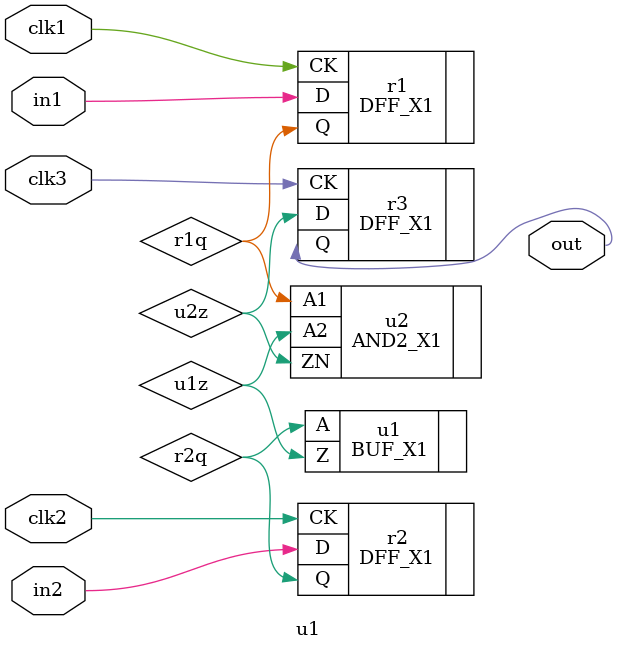
<source format=v>
/*
 Hierarchical verilog version of resize test 1
 */
module top (
            input  in1,
            input  in2,
            input  clk1,
            input  clk2,
            input  clk3,
            output out);
   u1 u1 (.in1(in1),
          .in2(in2),
          .clk1(clk1),
          .clk2(clk2),
          .clk3(clk3),
          .out(out));
endmodule // top

module u1 (in1,
    in2,
    clk1,
    clk2,
    clk3,
    out);
          
 input in1;
 input in2;
 input clk1;
 input clk2;
 input clk3;
 output out;
 wire r1q;
 wire r2q;
 wire u1z;
 wire u2z;
 AND2_X1 u2 (.A1(r1q),
    .A2(u1z),
    .ZN(u2z));
 BUF_X1 u1 (.A(r2q),
    .Z(u1z));
          
 DFF_X1 r3 (.D(u2z),
    .CK(clk3),
    .Q(out));
          
 DFF_X1 r2 (.D(in2),
    .CK(clk2),
    .Q(r2q));
 DFF_X1 r1 (.D(in1),
    .CK(clk1),
    .Q(r1q));
endmodule

</source>
